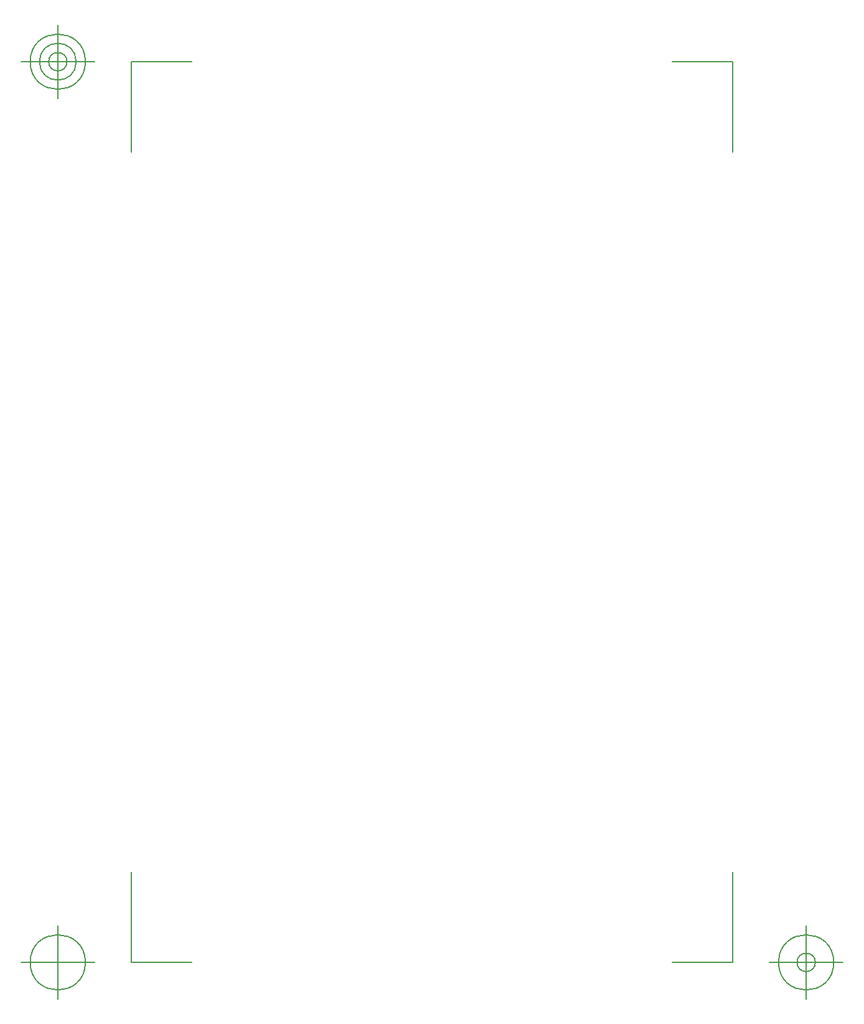
<source format=gbr>
G04 Generated by Ultiboard 14.1 *
%FSLAX33Y33*%
%MOMM*%

%ADD10C,0.001*%
%ADD11C,0.127*%


G04 ColorRGB FF14FF for the following layer *
%LNSilkscreen Bottom*%
%LPD*%
G54D10*
G54D11*
X-254Y-254D02*
X-254Y11989D01*
X-254Y-254D02*
X7925Y-254D01*
X81534Y-254D02*
X73355Y-254D01*
X81534Y-254D02*
X81534Y11989D01*
X81534Y122174D02*
X81534Y109931D01*
X81534Y122174D02*
X73355Y122174D01*
X-254Y122174D02*
X7925Y122174D01*
X-254Y122174D02*
X-254Y109931D01*
X-5254Y-254D02*
X-15254Y-254D01*
X-10254Y-5254D02*
X-10254Y4746D01*
X-14004Y-254D02*
G75*
D01*
G02X-14004Y-254I3750J0*
G01*
X86534Y-254D02*
X96534Y-254D01*
X91534Y-5254D02*
X91534Y4746D01*
X87784Y-254D02*
G75*
D01*
G02X87784Y-254I3750J0*
G01*
X90284Y-254D02*
G75*
D01*
G02X90284Y-254I1250J0*
G01*
X-5254Y122174D02*
X-15254Y122174D01*
X-10254Y117174D02*
X-10254Y127174D01*
X-14004Y122174D02*
G75*
D01*
G02X-14004Y122174I3750J0*
G01*
X-12754Y122174D02*
G75*
D01*
G02X-12754Y122174I2500J0*
G01*
X-11504Y122174D02*
G75*
D01*
G02X-11504Y122174I1250J0*
G01*

M02*

</source>
